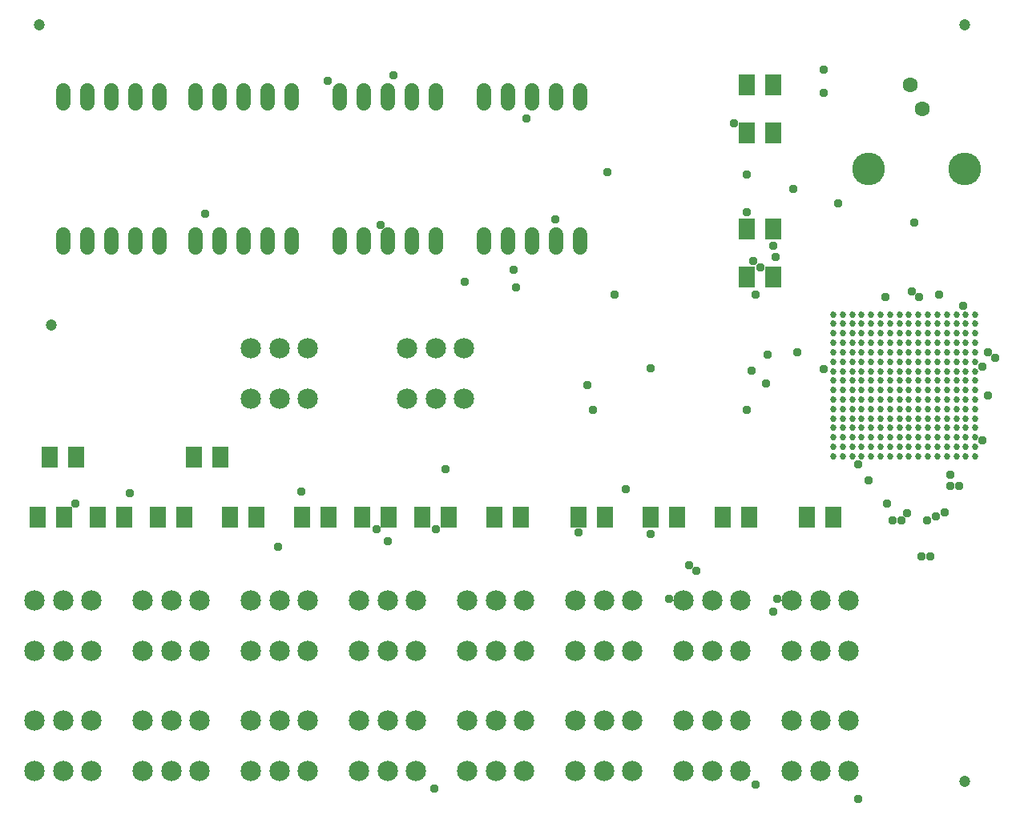
<source format=gbr>
G04 EAGLE Gerber RS-274X export*
G75*
%MOMM*%
%FSLAX34Y34*%
%LPD*%
%INSoldermask Top*%
%IPPOS*%
%AMOC8*
5,1,8,0,0,1.08239X$1,22.5*%
G01*
%ADD10C,1.203200*%
%ADD11C,1.524000*%
%ADD12R,1.803200X2.203200*%
%ADD13C,2.153200*%
%ADD14C,0.685800*%
%ADD15C,1.600200*%
%ADD16C,3.454400*%
%ADD17C,0.959600*%


D10*
X38100Y838200D03*
X1016000Y838200D03*
X1016000Y38100D03*
X50800Y520700D03*
D11*
X203200Y602996D02*
X203200Y616204D01*
X228600Y616204D02*
X228600Y602996D01*
X254000Y602996D02*
X254000Y616204D01*
X279400Y616204D02*
X279400Y602996D01*
X304800Y602996D02*
X304800Y616204D01*
X304800Y755396D02*
X304800Y768604D01*
X279400Y768604D02*
X279400Y755396D01*
X254000Y755396D02*
X254000Y768604D01*
X228600Y768604D02*
X228600Y755396D01*
X203200Y755396D02*
X203200Y768604D01*
X63500Y616204D02*
X63500Y602996D01*
X88900Y602996D02*
X88900Y616204D01*
X114300Y616204D02*
X114300Y602996D01*
X139700Y602996D02*
X139700Y616204D01*
X165100Y616204D02*
X165100Y602996D01*
X165100Y755396D02*
X165100Y768604D01*
X139700Y768604D02*
X139700Y755396D01*
X114300Y755396D02*
X114300Y768604D01*
X88900Y768604D02*
X88900Y755396D01*
X63500Y755396D02*
X63500Y768604D01*
D12*
X201900Y381000D03*
X229900Y381000D03*
X316200Y317500D03*
X344200Y317500D03*
D13*
X147800Y102700D03*
X177800Y102700D03*
X207800Y102700D03*
X147800Y49700D03*
X177800Y49700D03*
X207800Y49700D03*
X33500Y102700D03*
X63500Y102700D03*
X93500Y102700D03*
X33500Y49700D03*
X63500Y49700D03*
X93500Y49700D03*
D14*
X877500Y532200D03*
X887500Y532200D03*
X897500Y532200D03*
X907500Y532200D03*
X917500Y532200D03*
X927500Y532200D03*
X937500Y532200D03*
X947500Y532200D03*
X957500Y532200D03*
X967500Y532200D03*
X977500Y532200D03*
X987500Y532200D03*
X997500Y532200D03*
X1007500Y532200D03*
X1017500Y532200D03*
X1027500Y532200D03*
X877500Y522200D03*
X887500Y522200D03*
X897500Y522200D03*
X907500Y522200D03*
X917500Y522200D03*
X927500Y522200D03*
X937500Y522200D03*
X947500Y522200D03*
X957500Y522200D03*
X967500Y522200D03*
X977500Y522200D03*
X987500Y522200D03*
X997500Y522200D03*
X1007500Y522200D03*
X1017500Y522200D03*
X1027500Y522200D03*
X877500Y512200D03*
X887500Y512200D03*
X897500Y512200D03*
X907500Y512200D03*
X917500Y512200D03*
X927500Y512200D03*
X937500Y512200D03*
X947500Y512200D03*
X957500Y512200D03*
X967500Y512200D03*
X977500Y512200D03*
X987500Y512200D03*
X997500Y512200D03*
X1007500Y512200D03*
X1017500Y512200D03*
X1027500Y512200D03*
X877500Y502200D03*
X887500Y502200D03*
X897500Y502200D03*
X907500Y502200D03*
X917500Y502200D03*
X927500Y502200D03*
X937500Y502200D03*
X947500Y502200D03*
X957500Y502200D03*
X967500Y502200D03*
X977500Y502200D03*
X987500Y502200D03*
X997500Y502200D03*
X1007500Y502200D03*
X1017500Y502200D03*
X1027500Y502200D03*
X877500Y492200D03*
X887500Y492200D03*
X897500Y492200D03*
X907500Y492200D03*
X917500Y492200D03*
X927500Y492200D03*
X937500Y492200D03*
X947500Y492200D03*
X957500Y492200D03*
X967500Y492200D03*
X977500Y492200D03*
X987500Y492200D03*
X997500Y492200D03*
X1007500Y492200D03*
X1017500Y492200D03*
X1027500Y492200D03*
X877500Y482200D03*
X887500Y482200D03*
X897500Y482200D03*
X907500Y482200D03*
X917500Y482200D03*
X927500Y482200D03*
X937500Y482200D03*
X947500Y482200D03*
X957500Y482200D03*
X967500Y482200D03*
X977500Y482200D03*
X987500Y482200D03*
X997500Y482200D03*
X1007500Y482200D03*
X1017500Y482200D03*
X1027500Y482200D03*
X877500Y472200D03*
X887500Y472200D03*
X897500Y472200D03*
X907500Y472200D03*
X917500Y472200D03*
X927500Y472200D03*
X937500Y472200D03*
X947500Y472200D03*
X957500Y472200D03*
X967500Y472200D03*
X977500Y472200D03*
X987500Y472200D03*
X997500Y472200D03*
X1007500Y472200D03*
X1017500Y472200D03*
X1027500Y472200D03*
X877500Y462200D03*
X887500Y462200D03*
X897500Y462200D03*
X907500Y462200D03*
X917500Y462200D03*
X927500Y462200D03*
X937500Y462200D03*
X947500Y462200D03*
X957500Y462200D03*
X967500Y462200D03*
X977500Y462200D03*
X987500Y462200D03*
X997500Y462200D03*
X1007500Y462200D03*
X1017500Y462200D03*
X1027500Y462200D03*
X877500Y452200D03*
X887500Y452200D03*
X897500Y452200D03*
X907500Y452200D03*
X917500Y452200D03*
X927500Y452200D03*
X937500Y452200D03*
X947500Y452200D03*
X957500Y452200D03*
X967500Y452200D03*
X977500Y452200D03*
X987500Y452200D03*
X997500Y452200D03*
X1007500Y452200D03*
X1017500Y452200D03*
X1027500Y452200D03*
X877500Y442200D03*
X887500Y442200D03*
X897500Y442200D03*
X907500Y442200D03*
X917500Y442200D03*
X927500Y442200D03*
X937500Y442200D03*
X947500Y442200D03*
X957500Y442200D03*
X967500Y442200D03*
X977500Y442200D03*
X987500Y442200D03*
X997500Y442200D03*
X1007500Y442200D03*
X1017500Y442200D03*
X1027500Y442200D03*
X877500Y432200D03*
X887500Y432200D03*
X897500Y432200D03*
X907500Y432200D03*
X917500Y432200D03*
X927500Y432200D03*
X937500Y432200D03*
X947500Y432200D03*
X957500Y432200D03*
X967500Y432200D03*
X977500Y432200D03*
X987500Y432200D03*
X997500Y432200D03*
X1007500Y432200D03*
X1017500Y432200D03*
X1027500Y432200D03*
X877500Y422200D03*
X887500Y422200D03*
X897500Y422200D03*
X907500Y422200D03*
X917500Y422200D03*
X927500Y422200D03*
X937500Y422200D03*
X947500Y422200D03*
X957500Y422200D03*
X967500Y422200D03*
X977500Y422200D03*
X987500Y422200D03*
X997500Y422200D03*
X1007500Y422200D03*
X1017500Y422200D03*
X1027500Y422200D03*
X877500Y412200D03*
X887500Y412200D03*
X897500Y412200D03*
X907500Y412200D03*
X917500Y412200D03*
X927500Y412200D03*
X937500Y412200D03*
X947500Y412200D03*
X957500Y412200D03*
X967500Y412200D03*
X977500Y412200D03*
X987500Y412200D03*
X997500Y412200D03*
X1007500Y412200D03*
X1017500Y412200D03*
X1027500Y412200D03*
X877500Y402200D03*
X887500Y402200D03*
X897500Y402200D03*
X907500Y402200D03*
X917500Y402200D03*
X927500Y402200D03*
X937500Y402200D03*
X947500Y402200D03*
X957500Y402200D03*
X967500Y402200D03*
X977500Y402200D03*
X987500Y402200D03*
X997500Y402200D03*
X1007500Y402200D03*
X1017500Y402200D03*
X1027500Y402200D03*
X877500Y392200D03*
X887500Y392200D03*
X897500Y392200D03*
X907500Y392200D03*
X917500Y392200D03*
X927500Y392200D03*
X937500Y392200D03*
X947500Y392200D03*
X957500Y392200D03*
X967500Y392200D03*
X977500Y392200D03*
X987500Y392200D03*
X997500Y392200D03*
X1007500Y392200D03*
X1017500Y392200D03*
X1027500Y392200D03*
X877500Y382200D03*
X887500Y382200D03*
X897500Y382200D03*
X907500Y382200D03*
X917500Y382200D03*
X927500Y382200D03*
X937500Y382200D03*
X947500Y382200D03*
X957500Y382200D03*
X967500Y382200D03*
X977500Y382200D03*
X987500Y382200D03*
X997500Y382200D03*
X1007500Y382200D03*
X1017500Y382200D03*
X1027500Y382200D03*
D11*
X355600Y602996D02*
X355600Y616204D01*
X381000Y616204D02*
X381000Y602996D01*
X406400Y602996D02*
X406400Y616204D01*
X431800Y616204D02*
X431800Y602996D01*
X457200Y602996D02*
X457200Y616204D01*
X457200Y755396D02*
X457200Y768604D01*
X431800Y768604D02*
X431800Y755396D01*
X406400Y755396D02*
X406400Y768604D01*
X381000Y768604D02*
X381000Y755396D01*
X355600Y755396D02*
X355600Y768604D01*
X508000Y616204D02*
X508000Y602996D01*
X533400Y602996D02*
X533400Y616204D01*
X558800Y616204D02*
X558800Y602996D01*
X584200Y602996D02*
X584200Y616204D01*
X609600Y616204D02*
X609600Y602996D01*
X609600Y755396D02*
X609600Y768604D01*
X584200Y768604D02*
X584200Y755396D01*
X558800Y755396D02*
X558800Y768604D01*
X533400Y768604D02*
X533400Y755396D01*
X508000Y755396D02*
X508000Y768604D01*
D13*
X262100Y102700D03*
X292100Y102700D03*
X322100Y102700D03*
X262100Y49700D03*
X292100Y49700D03*
X322100Y49700D03*
X376400Y102700D03*
X406400Y102700D03*
X436400Y102700D03*
X376400Y49700D03*
X406400Y49700D03*
X436400Y49700D03*
X490700Y102700D03*
X520700Y102700D03*
X550700Y102700D03*
X490700Y49700D03*
X520700Y49700D03*
X550700Y49700D03*
X605000Y102700D03*
X635000Y102700D03*
X665000Y102700D03*
X605000Y49700D03*
X635000Y49700D03*
X665000Y49700D03*
X719300Y102700D03*
X749300Y102700D03*
X779300Y102700D03*
X719300Y49700D03*
X749300Y49700D03*
X779300Y49700D03*
X719300Y229700D03*
X749300Y229700D03*
X779300Y229700D03*
X719300Y176700D03*
X749300Y176700D03*
X779300Y176700D03*
X833600Y102700D03*
X863600Y102700D03*
X893600Y102700D03*
X833600Y49700D03*
X863600Y49700D03*
X893600Y49700D03*
X33500Y229700D03*
X63500Y229700D03*
X93500Y229700D03*
X33500Y176700D03*
X63500Y176700D03*
X93500Y176700D03*
X147800Y229700D03*
X177800Y229700D03*
X207800Y229700D03*
X147800Y176700D03*
X177800Y176700D03*
X207800Y176700D03*
X262100Y229700D03*
X292100Y229700D03*
X322100Y229700D03*
X262100Y176700D03*
X292100Y176700D03*
X322100Y176700D03*
X376400Y229700D03*
X406400Y229700D03*
X436400Y229700D03*
X376400Y176700D03*
X406400Y176700D03*
X436400Y176700D03*
X490700Y229700D03*
X520700Y229700D03*
X550700Y229700D03*
X490700Y176700D03*
X520700Y176700D03*
X550700Y176700D03*
X605000Y229700D03*
X635000Y229700D03*
X665000Y229700D03*
X605000Y176700D03*
X635000Y176700D03*
X665000Y176700D03*
X833600Y229700D03*
X863600Y229700D03*
X893600Y229700D03*
X833600Y176700D03*
X863600Y176700D03*
X893600Y176700D03*
X262100Y496400D03*
X292100Y496400D03*
X322100Y496400D03*
X262100Y443400D03*
X292100Y443400D03*
X322100Y443400D03*
X427200Y496400D03*
X457200Y496400D03*
X487200Y496400D03*
X427200Y443400D03*
X457200Y443400D03*
X487200Y443400D03*
D12*
X519400Y317500D03*
X547400Y317500D03*
X608300Y317500D03*
X636300Y317500D03*
X684500Y317500D03*
X712500Y317500D03*
X760700Y317500D03*
X788700Y317500D03*
X163800Y317500D03*
X191800Y317500D03*
X49500Y381000D03*
X77500Y381000D03*
X849600Y317500D03*
X877600Y317500D03*
X379700Y317500D03*
X407700Y317500D03*
X786100Y774700D03*
X814100Y774700D03*
X786100Y723900D03*
X814100Y723900D03*
X36800Y317500D03*
X64800Y317500D03*
X786100Y622300D03*
X814100Y622300D03*
X786100Y571500D03*
X814100Y571500D03*
X100300Y317500D03*
X128300Y317500D03*
X240000Y317500D03*
X268000Y317500D03*
X443200Y317500D03*
X471200Y317500D03*
D15*
X971550Y749300D03*
X958850Y774700D03*
D16*
X914400Y685800D03*
X1016000Y685800D03*
D17*
X684276Y300228D03*
X608076Y301752D03*
X867156Y790956D03*
X786384Y640080D03*
X786384Y679704D03*
X342900Y778764D03*
X914400Y356616D03*
X467868Y368808D03*
X213360Y638556D03*
X995172Y323088D03*
X795528Y553212D03*
X989076Y553212D03*
X315468Y344424D03*
X807720Y489204D03*
X790956Y472440D03*
X684276Y475488D03*
X617220Y457200D03*
X394716Y304800D03*
X967740Y550164D03*
X970788Y275844D03*
X813816Y217932D03*
X839724Y492252D03*
X806196Y458724D03*
X786384Y431292D03*
X623316Y431292D03*
X291084Y286512D03*
X835152Y664464D03*
X134112Y342900D03*
X1040892Y446532D03*
X1014984Y541020D03*
X1048512Y486156D03*
X882396Y649224D03*
X818388Y231648D03*
X979932Y275844D03*
X1040892Y492252D03*
X813816Y605028D03*
X487680Y566928D03*
X792480Y588264D03*
X1034796Y477012D03*
X413004Y784860D03*
X76200Y332232D03*
X1001268Y362712D03*
X583692Y632460D03*
X704088Y231648D03*
X733044Y260604D03*
X1001268Y350520D03*
X795528Y35052D03*
X455676Y30480D03*
X976884Y313944D03*
X406908Y292608D03*
X986028Y318516D03*
X457200Y304800D03*
X800100Y582168D03*
X932688Y550164D03*
X867156Y473964D03*
X399288Y626364D03*
X638556Y682752D03*
X816864Y592836D03*
X960120Y556260D03*
X963168Y629412D03*
X903732Y19812D03*
X725424Y266700D03*
X1010412Y350520D03*
X903732Y373380D03*
X542544Y560832D03*
X1034796Y399288D03*
X553212Y739140D03*
X772668Y734568D03*
X867156Y766572D03*
X934212Y332232D03*
X539496Y579120D03*
X955548Y321564D03*
X949452Y313944D03*
X646176Y553212D03*
X658368Y347472D03*
X940308Y313944D03*
M02*

</source>
